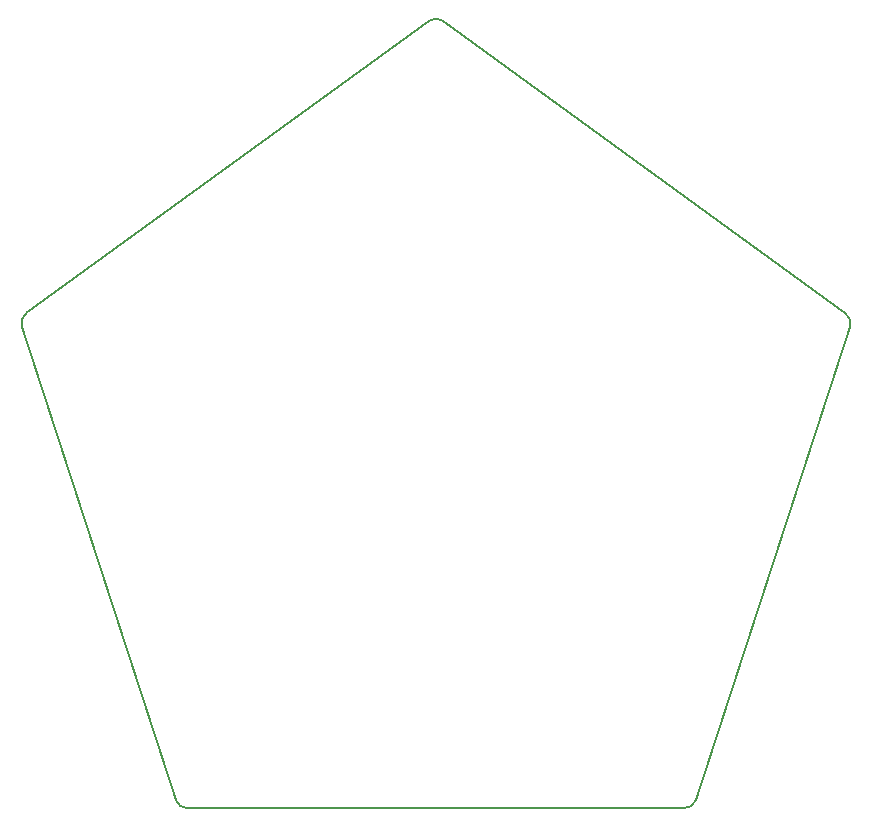
<source format=gbr>
%TF.GenerationSoftware,KiCad,Pcbnew,7.0.5*%
%TF.CreationDate,2024-03-28T22:27:53-05:00*%
%TF.ProjectId,LEDSphere,4c454453-7068-4657-9265-2e6b69636164,rev?*%
%TF.SameCoordinates,Original*%
%TF.FileFunction,Profile,NP*%
%FSLAX46Y46*%
G04 Gerber Fmt 4.6, Leading zero omitted, Abs format (unit mm)*
G04 Created by KiCad (PCBNEW 7.0.5) date 2024-03-28 22:27:53*
%MOMM*%
%LPD*%
G01*
G04 APERTURE LIST*
%TA.AperFunction,Profile*%
%ADD10C,0.200000*%
%TD*%
G04 APERTURE END LIST*
D10*
X115433273Y-84741969D02*
G75*
G03*
X115070000Y-85860000I587827J-809031D01*
G01*
X172133391Y-125937014D02*
X185155202Y-85860000D01*
X128091842Y-125937004D02*
G75*
G03*
X129042868Y-126627997I951058J309004D01*
G01*
X149524816Y-59973009D02*
X115433271Y-84741966D01*
X115070000Y-85860000D02*
X128091811Y-125937014D01*
X171182334Y-126627936D02*
G75*
G03*
X172133390Y-125937014I66J999936D01*
G01*
X185155204Y-85860001D02*
G75*
G03*
X184791931Y-84741967I-951104J309001D01*
G01*
X150700386Y-59973009D02*
G75*
G03*
X149524816Y-59973009I-587785J-809016D01*
G01*
X129042868Y-126627997D02*
X171182334Y-126627997D01*
X184791931Y-84741966D02*
X150700386Y-59973009D01*
M02*

</source>
